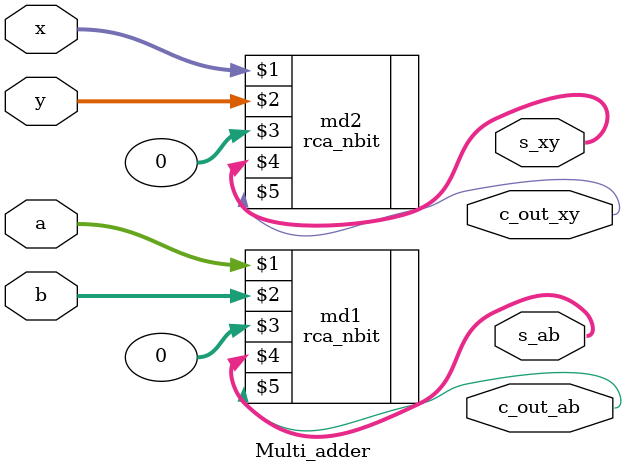
<source format=v>
`timescale 1ns / 1ps

// Author : Venu Pabbuleti 
// ID     : N180116
//Branch  : ECE
//Project : RTL design using Verilog
//Design  : MultiAdders
//Module  : multi_adder
//RGUKT NUZVID 
//////////////////////////////////////////////////////////////////////////////////


module Multi_adder(a,b,s_ab,c_out_ab,x,y,s_xy,c_out_xy);
input [5:0]a,b;
output [5:0]s_ab;
output c_out_ab;
input [6:0]x,y;
output [6:0]s_xy;
output c_out_xy;

rca_nbit #(6) md1(a,b,0,s_ab,c_out_ab);
rca_nbit #(7) md2(x,y,0,s_xy,c_out_xy);

endmodule

</source>
